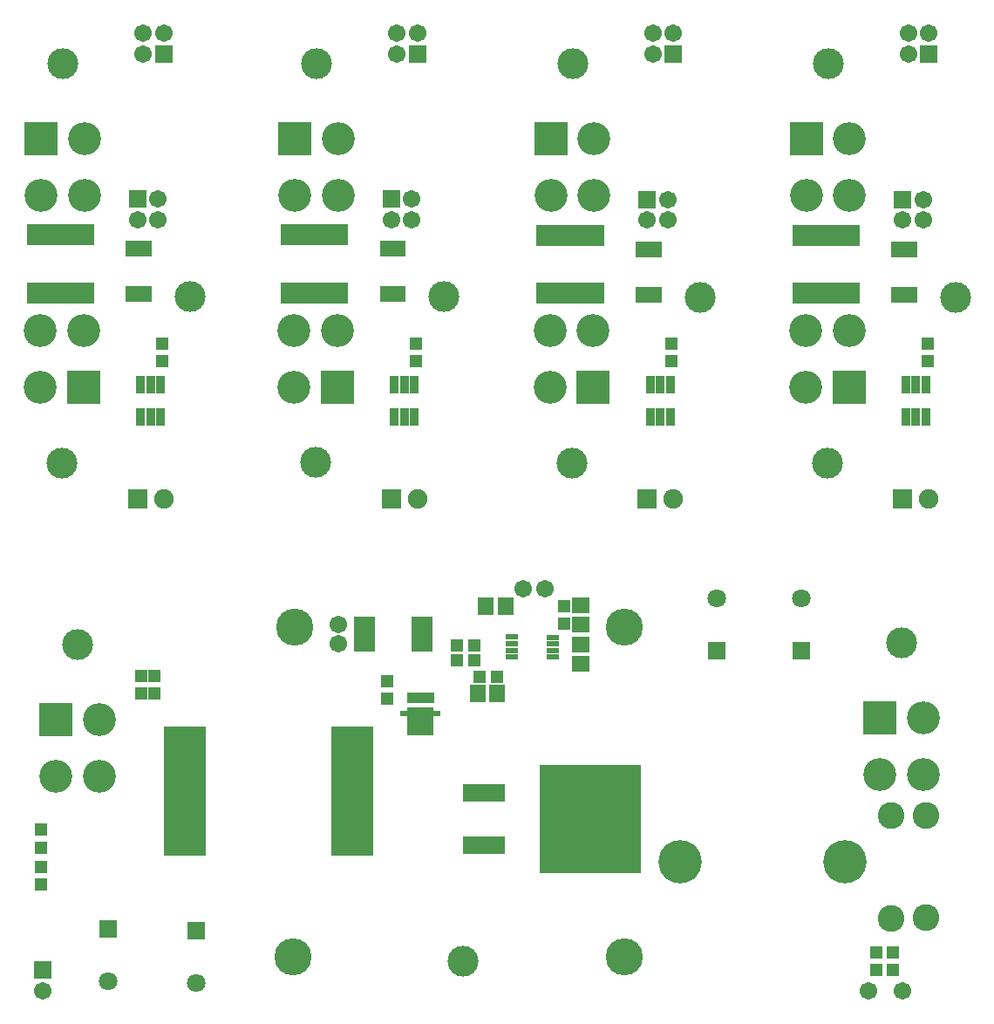
<source format=gts>
G04 DipTrace 2.4.0.2*
%INMRR_Power_V2.GTS*%
%MOIN*%
%ADD50C,0.1181*%
%ADD51C,0.1417*%
%ADD59C,0.1025*%
%ADD61C,0.0671*%
%ADD63R,0.0454X0.0204*%
%ADD65R,0.0789X0.134*%
%ADD67R,0.0671X0.0592*%
%ADD69R,0.0356X0.0238*%
%ADD71R,0.0257X0.0435*%
%ADD73R,0.1045X0.1065*%
%ADD75C,0.1655*%
%ADD77R,0.1586X0.4931*%
%ADD79R,0.3899X0.4175*%
%ADD81R,0.1635X0.0671*%
%ADD83R,0.071X0.071*%
%ADD85C,0.071*%
%ADD91R,0.0198X0.0631*%
%ADD95R,0.134X0.0789*%
%ADD97R,0.0474X0.0513*%
%ADD99C,0.075*%
%ADD101R,0.075X0.075*%
%ADD103C,0.1261*%
%ADD105R,0.1261X0.1261*%
%ADD107R,0.033X0.068*%
%ADD109C,0.0671*%
%ADD111R,0.0671X0.0671*%
%ADD113R,0.0592X0.0671*%
%ADD115R,0.0513X0.0474*%
%FSLAX44Y44*%
G04*
G70*
G90*
G75*
G01*
%LNTopMask*%
%LPD*%
D111*
X20658Y40660D3*
D109*
X19871D3*
Y41447D3*
X20658D3*
D111*
X19660Y35106D3*
D109*
X20447D3*
Y34319D3*
X19660D3*
D107*
X20533Y28035D3*
X20158D3*
X19783D3*
X20533Y26785D3*
X20158D3*
X19783D3*
D105*
X17596Y27910D3*
D103*
X15942D3*
Y30075D3*
X17596D3*
D50*
X16769Y25036D3*
D105*
X15971Y37410D3*
D103*
X17624D3*
Y35244D3*
X15971D3*
D50*
X16797Y40284D3*
D101*
X19658Y23660D3*
D99*
X20658D3*
D97*
X20596Y29597D3*
Y28928D3*
D95*
X17346Y31535D3*
Y33739D3*
X16096Y31535D3*
Y33739D3*
D91*
X19321Y31473D3*
X19518D3*
X19715D3*
X19912D3*
X20108D3*
Y33205D3*
X19912D3*
X19715D3*
X19518D3*
X19321D3*
D50*
X21671Y31370D3*
D97*
X38836Y6335D3*
Y5666D3*
X38211Y6335D3*
Y5666D3*
D85*
X32086Y19853D3*
D83*
Y17853D3*
D85*
X35336Y19853D3*
D83*
Y17853D3*
D115*
X23711Y16853D3*
X23042D3*
D85*
X12211Y5166D3*
D83*
Y7166D3*
D85*
X8836Y5228D3*
D83*
Y7228D3*
D97*
X10086Y16228D3*
Y16898D3*
X10586Y16228D3*
Y16898D3*
X26274Y18872D3*
Y19541D3*
D115*
X22836Y17478D3*
X22167D3*
D81*
X23211Y12416D3*
Y10416D3*
D79*
X27266Y11416D3*
D97*
X6274Y8916D3*
Y9585D3*
D105*
X6836Y15228D3*
D103*
X8490D3*
Y13063D3*
X6836D3*
D50*
X7663Y18102D3*
D105*
X38336Y15291D3*
D103*
X39990D3*
Y13125D3*
X38336D3*
D50*
X39163Y18165D3*
D111*
X6336Y5641D3*
D109*
Y4853D3*
D77*
X11774Y12478D3*
X18169D3*
D75*
X30712Y9791D3*
X37011D3*
D73*
X20774Y15166D3*
D71*
X20388Y16056D3*
X20644Y16054D3*
X20900D3*
X21155Y16052D3*
D69*
X21352Y15453D3*
X20181Y15457D3*
D67*
X26899Y18853D3*
Y19601D3*
Y17353D3*
Y18101D3*
D113*
X23274Y19541D3*
X24022D3*
X22961Y16228D3*
X23709D3*
D65*
X20836Y18478D3*
X18631D3*
D97*
X19501Y16688D3*
Y16019D3*
D115*
X22836Y18041D3*
X22167D3*
D97*
X6274Y11004D3*
Y10335D3*
D63*
X25836Y17603D3*
X25835Y17859D3*
X25837Y18114D3*
Y18368D3*
X24281Y17603D3*
X24282Y17858D3*
X24281Y18112D3*
Y18370D3*
D61*
X17649Y18853D3*
Y18103D3*
X37899Y4853D3*
X39211D3*
X24711Y20228D3*
X25524D3*
D51*
X28559Y18764D3*
X15961D3*
X28559Y6166D3*
X15918D3*
D50*
X22399Y5978D3*
D59*
X38775Y7603D3*
Y11548D3*
X40114D3*
Y7642D3*
D111*
X10954Y40659D3*
D109*
X10167D3*
Y41446D3*
X10954D3*
D111*
X9956Y35106D3*
D109*
X10743D3*
Y34318D3*
X9956D3*
D107*
X10829Y28034D3*
X10454D3*
X10079D3*
X10829Y26784D3*
X10454D3*
X10079D3*
D105*
X7892Y27909D3*
D103*
X6238D3*
Y30074D3*
X7892D3*
D50*
X7065Y25035D3*
D105*
X6267Y37409D3*
D103*
X7920D3*
Y35243D3*
X6267D3*
D50*
X7094Y40283D3*
D101*
X9954Y23659D3*
D99*
X10954D3*
D97*
X10892Y29596D3*
Y28927D3*
D95*
X7642Y31534D3*
Y33738D3*
X6392Y31534D3*
Y33738D3*
D91*
X9617Y31472D3*
X9814D3*
X10011D3*
X10208D3*
X10405D3*
Y33204D3*
X10208D3*
X10011D3*
X9814D3*
X9617D3*
D50*
X11968Y31369D3*
D111*
X30447Y40655D3*
D109*
X29659D3*
Y41442D3*
X30447D3*
D111*
X29448Y35102D3*
D109*
X30235D3*
Y34314D3*
X29448D3*
D107*
X30322Y28030D3*
X29947D3*
X29572D3*
X30322Y26780D3*
X29947D3*
X29572D3*
D105*
X27384Y27905D3*
D103*
X25731D3*
Y30070D3*
X27384D3*
D50*
X26557Y25031D3*
D105*
X25759Y37405D3*
D103*
X27413D3*
Y35239D3*
X25759D3*
D50*
X26586Y40279D3*
D101*
X29447Y23655D3*
D99*
X30447D3*
D97*
X30384Y29592D3*
Y28923D3*
D95*
X27134Y31530D3*
Y33734D3*
X25884Y31530D3*
Y33734D3*
D91*
X29109Y31468D3*
X29306D3*
X29503D3*
X29700D3*
X29897D3*
Y33200D3*
X29700D3*
X29503D3*
X29306D3*
X29109D3*
D50*
X31460Y31365D3*
D111*
X40214Y40655D3*
D109*
X39427D3*
Y41442D3*
X40214D3*
D111*
X39216Y35102D3*
D109*
X40003D3*
Y34314D3*
X39216D3*
D107*
X40089Y28030D3*
X39714D3*
X39339D3*
X40089Y26780D3*
X39714D3*
X39339D3*
D105*
X37152Y27905D3*
D103*
X35498D3*
Y30070D3*
X37152D3*
D50*
X36325Y25031D3*
D105*
X35527Y37405D3*
D103*
X37180D3*
Y35239D3*
X35527D3*
D50*
X36354Y40279D3*
D101*
X39214Y23655D3*
D99*
X40214D3*
D97*
X40152Y29592D3*
Y28923D3*
D95*
X36902Y31530D3*
Y33734D3*
X35652Y31530D3*
Y33734D3*
D91*
X38877Y31468D3*
X39074D3*
X39271D3*
X39468D3*
X39665D3*
Y33200D3*
X39468D3*
X39271D3*
X39074D3*
X38877D3*
D50*
X41228Y31365D3*
M02*

</source>
